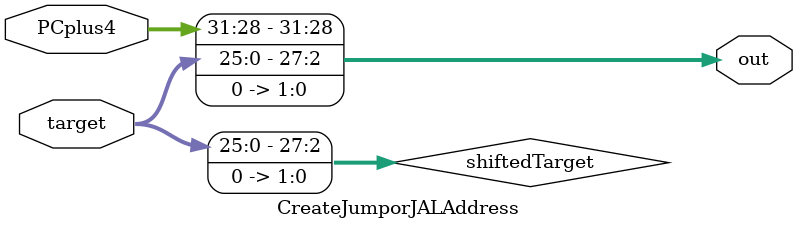
<source format=v>
`timescale 1ns / 1ps

module CreateJumporJALAddress(

    input [25:0] target,
    input [31:0] PCplus4,
    
    output [31:0] out

    );
    
    wire [27:0] shiftedTarget = {target, 2'b00};
    assign out = {PCplus4[31:28], shiftedTarget};
    
endmodule

</source>
